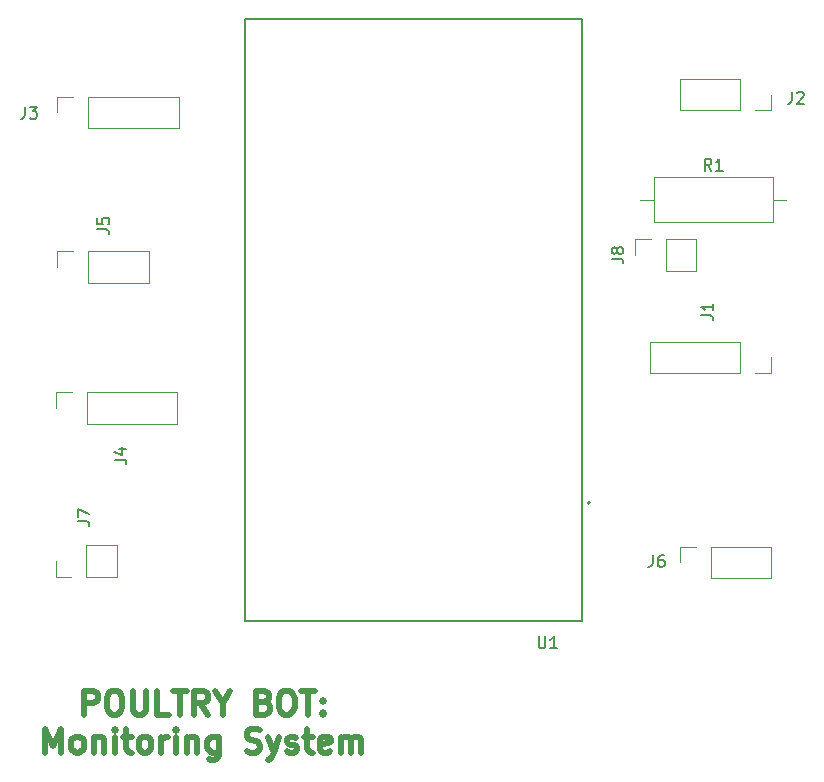
<source format=gbr>
%TF.GenerationSoftware,KiCad,Pcbnew,7.0.10*%
%TF.CreationDate,2024-02-21T12:35:33+05:00*%
%TF.ProjectId,Circuit for 2nd Milestone,43697263-7569-4742-9066-6f7220326e64,rev?*%
%TF.SameCoordinates,Original*%
%TF.FileFunction,Legend,Top*%
%TF.FilePolarity,Positive*%
%FSLAX46Y46*%
G04 Gerber Fmt 4.6, Leading zero omitted, Abs format (unit mm)*
G04 Created by KiCad (PCBNEW 7.0.10) date 2024-02-21 12:35:33*
%MOMM*%
%LPD*%
G01*
G04 APERTURE LIST*
%ADD10C,0.500000*%
%ADD11C,0.150000*%
%ADD12C,0.120000*%
%ADD13C,0.127000*%
%ADD14C,0.200000*%
G04 APERTURE END LIST*
D10*
X111824761Y-107086838D02*
X111824761Y-105086838D01*
X111824761Y-105086838D02*
X112586666Y-105086838D01*
X112586666Y-105086838D02*
X112777142Y-105182076D01*
X112777142Y-105182076D02*
X112872380Y-105277314D01*
X112872380Y-105277314D02*
X112967618Y-105467790D01*
X112967618Y-105467790D02*
X112967618Y-105753504D01*
X112967618Y-105753504D02*
X112872380Y-105943980D01*
X112872380Y-105943980D02*
X112777142Y-106039219D01*
X112777142Y-106039219D02*
X112586666Y-106134457D01*
X112586666Y-106134457D02*
X111824761Y-106134457D01*
X114205713Y-105086838D02*
X114586666Y-105086838D01*
X114586666Y-105086838D02*
X114777142Y-105182076D01*
X114777142Y-105182076D02*
X114967618Y-105372552D01*
X114967618Y-105372552D02*
X115062856Y-105753504D01*
X115062856Y-105753504D02*
X115062856Y-106420171D01*
X115062856Y-106420171D02*
X114967618Y-106801123D01*
X114967618Y-106801123D02*
X114777142Y-106991600D01*
X114777142Y-106991600D02*
X114586666Y-107086838D01*
X114586666Y-107086838D02*
X114205713Y-107086838D01*
X114205713Y-107086838D02*
X114015237Y-106991600D01*
X114015237Y-106991600D02*
X113824761Y-106801123D01*
X113824761Y-106801123D02*
X113729523Y-106420171D01*
X113729523Y-106420171D02*
X113729523Y-105753504D01*
X113729523Y-105753504D02*
X113824761Y-105372552D01*
X113824761Y-105372552D02*
X114015237Y-105182076D01*
X114015237Y-105182076D02*
X114205713Y-105086838D01*
X115919999Y-105086838D02*
X115919999Y-106705885D01*
X115919999Y-106705885D02*
X116015237Y-106896361D01*
X116015237Y-106896361D02*
X116110475Y-106991600D01*
X116110475Y-106991600D02*
X116300951Y-107086838D01*
X116300951Y-107086838D02*
X116681904Y-107086838D01*
X116681904Y-107086838D02*
X116872380Y-106991600D01*
X116872380Y-106991600D02*
X116967618Y-106896361D01*
X116967618Y-106896361D02*
X117062856Y-106705885D01*
X117062856Y-106705885D02*
X117062856Y-105086838D01*
X118967618Y-107086838D02*
X118015237Y-107086838D01*
X118015237Y-107086838D02*
X118015237Y-105086838D01*
X119348571Y-105086838D02*
X120491428Y-105086838D01*
X119919999Y-107086838D02*
X119919999Y-105086838D01*
X122300952Y-107086838D02*
X121634285Y-106134457D01*
X121158095Y-107086838D02*
X121158095Y-105086838D01*
X121158095Y-105086838D02*
X121920000Y-105086838D01*
X121920000Y-105086838D02*
X122110476Y-105182076D01*
X122110476Y-105182076D02*
X122205714Y-105277314D01*
X122205714Y-105277314D02*
X122300952Y-105467790D01*
X122300952Y-105467790D02*
X122300952Y-105753504D01*
X122300952Y-105753504D02*
X122205714Y-105943980D01*
X122205714Y-105943980D02*
X122110476Y-106039219D01*
X122110476Y-106039219D02*
X121920000Y-106134457D01*
X121920000Y-106134457D02*
X121158095Y-106134457D01*
X123539047Y-106134457D02*
X123539047Y-107086838D01*
X122872381Y-105086838D02*
X123539047Y-106134457D01*
X123539047Y-106134457D02*
X124205714Y-105086838D01*
X127062858Y-106039219D02*
X127348572Y-106134457D01*
X127348572Y-106134457D02*
X127443810Y-106229695D01*
X127443810Y-106229695D02*
X127539048Y-106420171D01*
X127539048Y-106420171D02*
X127539048Y-106705885D01*
X127539048Y-106705885D02*
X127443810Y-106896361D01*
X127443810Y-106896361D02*
X127348572Y-106991600D01*
X127348572Y-106991600D02*
X127158096Y-107086838D01*
X127158096Y-107086838D02*
X126396191Y-107086838D01*
X126396191Y-107086838D02*
X126396191Y-105086838D01*
X126396191Y-105086838D02*
X127062858Y-105086838D01*
X127062858Y-105086838D02*
X127253334Y-105182076D01*
X127253334Y-105182076D02*
X127348572Y-105277314D01*
X127348572Y-105277314D02*
X127443810Y-105467790D01*
X127443810Y-105467790D02*
X127443810Y-105658266D01*
X127443810Y-105658266D02*
X127348572Y-105848742D01*
X127348572Y-105848742D02*
X127253334Y-105943980D01*
X127253334Y-105943980D02*
X127062858Y-106039219D01*
X127062858Y-106039219D02*
X126396191Y-106039219D01*
X128777143Y-105086838D02*
X129158096Y-105086838D01*
X129158096Y-105086838D02*
X129348572Y-105182076D01*
X129348572Y-105182076D02*
X129539048Y-105372552D01*
X129539048Y-105372552D02*
X129634286Y-105753504D01*
X129634286Y-105753504D02*
X129634286Y-106420171D01*
X129634286Y-106420171D02*
X129539048Y-106801123D01*
X129539048Y-106801123D02*
X129348572Y-106991600D01*
X129348572Y-106991600D02*
X129158096Y-107086838D01*
X129158096Y-107086838D02*
X128777143Y-107086838D01*
X128777143Y-107086838D02*
X128586667Y-106991600D01*
X128586667Y-106991600D02*
X128396191Y-106801123D01*
X128396191Y-106801123D02*
X128300953Y-106420171D01*
X128300953Y-106420171D02*
X128300953Y-105753504D01*
X128300953Y-105753504D02*
X128396191Y-105372552D01*
X128396191Y-105372552D02*
X128586667Y-105182076D01*
X128586667Y-105182076D02*
X128777143Y-105086838D01*
X130205715Y-105086838D02*
X131348572Y-105086838D01*
X130777143Y-107086838D02*
X130777143Y-105086838D01*
X132015239Y-106896361D02*
X132110477Y-106991600D01*
X132110477Y-106991600D02*
X132015239Y-107086838D01*
X132015239Y-107086838D02*
X131920001Y-106991600D01*
X131920001Y-106991600D02*
X132015239Y-106896361D01*
X132015239Y-106896361D02*
X132015239Y-107086838D01*
X132015239Y-105848742D02*
X132110477Y-105943980D01*
X132110477Y-105943980D02*
X132015239Y-106039219D01*
X132015239Y-106039219D02*
X131920001Y-105943980D01*
X131920001Y-105943980D02*
X132015239Y-105848742D01*
X132015239Y-105848742D02*
X132015239Y-106039219D01*
X108539046Y-110306838D02*
X108539046Y-108306838D01*
X108539046Y-108306838D02*
X109205713Y-109735409D01*
X109205713Y-109735409D02*
X109872379Y-108306838D01*
X109872379Y-108306838D02*
X109872379Y-110306838D01*
X111110474Y-110306838D02*
X110919998Y-110211600D01*
X110919998Y-110211600D02*
X110824760Y-110116361D01*
X110824760Y-110116361D02*
X110729522Y-109925885D01*
X110729522Y-109925885D02*
X110729522Y-109354457D01*
X110729522Y-109354457D02*
X110824760Y-109163980D01*
X110824760Y-109163980D02*
X110919998Y-109068742D01*
X110919998Y-109068742D02*
X111110474Y-108973504D01*
X111110474Y-108973504D02*
X111396189Y-108973504D01*
X111396189Y-108973504D02*
X111586665Y-109068742D01*
X111586665Y-109068742D02*
X111681903Y-109163980D01*
X111681903Y-109163980D02*
X111777141Y-109354457D01*
X111777141Y-109354457D02*
X111777141Y-109925885D01*
X111777141Y-109925885D02*
X111681903Y-110116361D01*
X111681903Y-110116361D02*
X111586665Y-110211600D01*
X111586665Y-110211600D02*
X111396189Y-110306838D01*
X111396189Y-110306838D02*
X111110474Y-110306838D01*
X112634284Y-108973504D02*
X112634284Y-110306838D01*
X112634284Y-109163980D02*
X112729522Y-109068742D01*
X112729522Y-109068742D02*
X112919998Y-108973504D01*
X112919998Y-108973504D02*
X113205713Y-108973504D01*
X113205713Y-108973504D02*
X113396189Y-109068742D01*
X113396189Y-109068742D02*
X113491427Y-109259219D01*
X113491427Y-109259219D02*
X113491427Y-110306838D01*
X114443808Y-110306838D02*
X114443808Y-108973504D01*
X114443808Y-108306838D02*
X114348570Y-108402076D01*
X114348570Y-108402076D02*
X114443808Y-108497314D01*
X114443808Y-108497314D02*
X114539046Y-108402076D01*
X114539046Y-108402076D02*
X114443808Y-108306838D01*
X114443808Y-108306838D02*
X114443808Y-108497314D01*
X115110475Y-108973504D02*
X115872379Y-108973504D01*
X115396189Y-108306838D02*
X115396189Y-110021123D01*
X115396189Y-110021123D02*
X115491427Y-110211600D01*
X115491427Y-110211600D02*
X115681903Y-110306838D01*
X115681903Y-110306838D02*
X115872379Y-110306838D01*
X116824760Y-110306838D02*
X116634284Y-110211600D01*
X116634284Y-110211600D02*
X116539046Y-110116361D01*
X116539046Y-110116361D02*
X116443808Y-109925885D01*
X116443808Y-109925885D02*
X116443808Y-109354457D01*
X116443808Y-109354457D02*
X116539046Y-109163980D01*
X116539046Y-109163980D02*
X116634284Y-109068742D01*
X116634284Y-109068742D02*
X116824760Y-108973504D01*
X116824760Y-108973504D02*
X117110475Y-108973504D01*
X117110475Y-108973504D02*
X117300951Y-109068742D01*
X117300951Y-109068742D02*
X117396189Y-109163980D01*
X117396189Y-109163980D02*
X117491427Y-109354457D01*
X117491427Y-109354457D02*
X117491427Y-109925885D01*
X117491427Y-109925885D02*
X117396189Y-110116361D01*
X117396189Y-110116361D02*
X117300951Y-110211600D01*
X117300951Y-110211600D02*
X117110475Y-110306838D01*
X117110475Y-110306838D02*
X116824760Y-110306838D01*
X118348570Y-110306838D02*
X118348570Y-108973504D01*
X118348570Y-109354457D02*
X118443808Y-109163980D01*
X118443808Y-109163980D02*
X118539046Y-109068742D01*
X118539046Y-109068742D02*
X118729522Y-108973504D01*
X118729522Y-108973504D02*
X118919999Y-108973504D01*
X119586665Y-110306838D02*
X119586665Y-108973504D01*
X119586665Y-108306838D02*
X119491427Y-108402076D01*
X119491427Y-108402076D02*
X119586665Y-108497314D01*
X119586665Y-108497314D02*
X119681903Y-108402076D01*
X119681903Y-108402076D02*
X119586665Y-108306838D01*
X119586665Y-108306838D02*
X119586665Y-108497314D01*
X120539046Y-108973504D02*
X120539046Y-110306838D01*
X120539046Y-109163980D02*
X120634284Y-109068742D01*
X120634284Y-109068742D02*
X120824760Y-108973504D01*
X120824760Y-108973504D02*
X121110475Y-108973504D01*
X121110475Y-108973504D02*
X121300951Y-109068742D01*
X121300951Y-109068742D02*
X121396189Y-109259219D01*
X121396189Y-109259219D02*
X121396189Y-110306838D01*
X123205713Y-108973504D02*
X123205713Y-110592552D01*
X123205713Y-110592552D02*
X123110475Y-110783028D01*
X123110475Y-110783028D02*
X123015237Y-110878266D01*
X123015237Y-110878266D02*
X122824760Y-110973504D01*
X122824760Y-110973504D02*
X122539046Y-110973504D01*
X122539046Y-110973504D02*
X122348570Y-110878266D01*
X123205713Y-110211600D02*
X123015237Y-110306838D01*
X123015237Y-110306838D02*
X122634284Y-110306838D01*
X122634284Y-110306838D02*
X122443808Y-110211600D01*
X122443808Y-110211600D02*
X122348570Y-110116361D01*
X122348570Y-110116361D02*
X122253332Y-109925885D01*
X122253332Y-109925885D02*
X122253332Y-109354457D01*
X122253332Y-109354457D02*
X122348570Y-109163980D01*
X122348570Y-109163980D02*
X122443808Y-109068742D01*
X122443808Y-109068742D02*
X122634284Y-108973504D01*
X122634284Y-108973504D02*
X123015237Y-108973504D01*
X123015237Y-108973504D02*
X123205713Y-109068742D01*
X125586666Y-110211600D02*
X125872380Y-110306838D01*
X125872380Y-110306838D02*
X126348571Y-110306838D01*
X126348571Y-110306838D02*
X126539047Y-110211600D01*
X126539047Y-110211600D02*
X126634285Y-110116361D01*
X126634285Y-110116361D02*
X126729523Y-109925885D01*
X126729523Y-109925885D02*
X126729523Y-109735409D01*
X126729523Y-109735409D02*
X126634285Y-109544933D01*
X126634285Y-109544933D02*
X126539047Y-109449695D01*
X126539047Y-109449695D02*
X126348571Y-109354457D01*
X126348571Y-109354457D02*
X125967618Y-109259219D01*
X125967618Y-109259219D02*
X125777142Y-109163980D01*
X125777142Y-109163980D02*
X125681904Y-109068742D01*
X125681904Y-109068742D02*
X125586666Y-108878266D01*
X125586666Y-108878266D02*
X125586666Y-108687790D01*
X125586666Y-108687790D02*
X125681904Y-108497314D01*
X125681904Y-108497314D02*
X125777142Y-108402076D01*
X125777142Y-108402076D02*
X125967618Y-108306838D01*
X125967618Y-108306838D02*
X126443809Y-108306838D01*
X126443809Y-108306838D02*
X126729523Y-108402076D01*
X127396190Y-108973504D02*
X127872380Y-110306838D01*
X128348571Y-108973504D02*
X127872380Y-110306838D01*
X127872380Y-110306838D02*
X127681904Y-110783028D01*
X127681904Y-110783028D02*
X127586666Y-110878266D01*
X127586666Y-110878266D02*
X127396190Y-110973504D01*
X129015238Y-110211600D02*
X129205714Y-110306838D01*
X129205714Y-110306838D02*
X129586666Y-110306838D01*
X129586666Y-110306838D02*
X129777143Y-110211600D01*
X129777143Y-110211600D02*
X129872381Y-110021123D01*
X129872381Y-110021123D02*
X129872381Y-109925885D01*
X129872381Y-109925885D02*
X129777143Y-109735409D01*
X129777143Y-109735409D02*
X129586666Y-109640171D01*
X129586666Y-109640171D02*
X129300952Y-109640171D01*
X129300952Y-109640171D02*
X129110476Y-109544933D01*
X129110476Y-109544933D02*
X129015238Y-109354457D01*
X129015238Y-109354457D02*
X129015238Y-109259219D01*
X129015238Y-109259219D02*
X129110476Y-109068742D01*
X129110476Y-109068742D02*
X129300952Y-108973504D01*
X129300952Y-108973504D02*
X129586666Y-108973504D01*
X129586666Y-108973504D02*
X129777143Y-109068742D01*
X130443810Y-108973504D02*
X131205714Y-108973504D01*
X130729524Y-108306838D02*
X130729524Y-110021123D01*
X130729524Y-110021123D02*
X130824762Y-110211600D01*
X130824762Y-110211600D02*
X131015238Y-110306838D01*
X131015238Y-110306838D02*
X131205714Y-110306838D01*
X132634286Y-110211600D02*
X132443810Y-110306838D01*
X132443810Y-110306838D02*
X132062857Y-110306838D01*
X132062857Y-110306838D02*
X131872381Y-110211600D01*
X131872381Y-110211600D02*
X131777143Y-110021123D01*
X131777143Y-110021123D02*
X131777143Y-109259219D01*
X131777143Y-109259219D02*
X131872381Y-109068742D01*
X131872381Y-109068742D02*
X132062857Y-108973504D01*
X132062857Y-108973504D02*
X132443810Y-108973504D01*
X132443810Y-108973504D02*
X132634286Y-109068742D01*
X132634286Y-109068742D02*
X132729524Y-109259219D01*
X132729524Y-109259219D02*
X132729524Y-109449695D01*
X132729524Y-109449695D02*
X131777143Y-109640171D01*
X133586667Y-110306838D02*
X133586667Y-108973504D01*
X133586667Y-109163980D02*
X133681905Y-109068742D01*
X133681905Y-109068742D02*
X133872381Y-108973504D01*
X133872381Y-108973504D02*
X134158096Y-108973504D01*
X134158096Y-108973504D02*
X134348572Y-109068742D01*
X134348572Y-109068742D02*
X134443810Y-109259219D01*
X134443810Y-109259219D02*
X134443810Y-110306838D01*
X134443810Y-109259219D02*
X134539048Y-109068742D01*
X134539048Y-109068742D02*
X134729524Y-108973504D01*
X134729524Y-108973504D02*
X135015238Y-108973504D01*
X135015238Y-108973504D02*
X135205715Y-109068742D01*
X135205715Y-109068742D02*
X135300953Y-109259219D01*
X135300953Y-109259219D02*
X135300953Y-110306838D01*
D11*
X114399819Y-85512633D02*
X115114104Y-85512633D01*
X115114104Y-85512633D02*
X115256961Y-85560252D01*
X115256961Y-85560252D02*
X115352200Y-85655490D01*
X115352200Y-85655490D02*
X115399819Y-85798347D01*
X115399819Y-85798347D02*
X115399819Y-85893585D01*
X114733152Y-84607871D02*
X115399819Y-84607871D01*
X114352200Y-84845966D02*
X115066485Y-85084061D01*
X115066485Y-85084061D02*
X115066485Y-84465014D01*
X112931619Y-66018133D02*
X113645904Y-66018133D01*
X113645904Y-66018133D02*
X113788761Y-66065752D01*
X113788761Y-66065752D02*
X113884000Y-66160990D01*
X113884000Y-66160990D02*
X113931619Y-66303847D01*
X113931619Y-66303847D02*
X113931619Y-66399085D01*
X112931619Y-65065752D02*
X112931619Y-65541942D01*
X112931619Y-65541942D02*
X113407809Y-65589561D01*
X113407809Y-65589561D02*
X113360190Y-65541942D01*
X113360190Y-65541942D02*
X113312571Y-65446704D01*
X113312571Y-65446704D02*
X113312571Y-65208609D01*
X113312571Y-65208609D02*
X113360190Y-65113371D01*
X113360190Y-65113371D02*
X113407809Y-65065752D01*
X113407809Y-65065752D02*
X113503047Y-65018133D01*
X113503047Y-65018133D02*
X113741142Y-65018133D01*
X113741142Y-65018133D02*
X113836380Y-65065752D01*
X113836380Y-65065752D02*
X113884000Y-65113371D01*
X113884000Y-65113371D02*
X113931619Y-65208609D01*
X113931619Y-65208609D02*
X113931619Y-65446704D01*
X113931619Y-65446704D02*
X113884000Y-65541942D01*
X113884000Y-65541942D02*
X113836380Y-65589561D01*
X159968366Y-93587619D02*
X159968366Y-94301904D01*
X159968366Y-94301904D02*
X159920747Y-94444761D01*
X159920747Y-94444761D02*
X159825509Y-94540000D01*
X159825509Y-94540000D02*
X159682652Y-94587619D01*
X159682652Y-94587619D02*
X159587414Y-94587619D01*
X160873128Y-93587619D02*
X160682652Y-93587619D01*
X160682652Y-93587619D02*
X160587414Y-93635238D01*
X160587414Y-93635238D02*
X160539795Y-93682857D01*
X160539795Y-93682857D02*
X160444557Y-93825714D01*
X160444557Y-93825714D02*
X160396938Y-94016190D01*
X160396938Y-94016190D02*
X160396938Y-94397142D01*
X160396938Y-94397142D02*
X160444557Y-94492380D01*
X160444557Y-94492380D02*
X160492176Y-94540000D01*
X160492176Y-94540000D02*
X160587414Y-94587619D01*
X160587414Y-94587619D02*
X160777890Y-94587619D01*
X160777890Y-94587619D02*
X160873128Y-94540000D01*
X160873128Y-94540000D02*
X160920747Y-94492380D01*
X160920747Y-94492380D02*
X160968366Y-94397142D01*
X160968366Y-94397142D02*
X160968366Y-94159047D01*
X160968366Y-94159047D02*
X160920747Y-94063809D01*
X160920747Y-94063809D02*
X160873128Y-94016190D01*
X160873128Y-94016190D02*
X160777890Y-93968571D01*
X160777890Y-93968571D02*
X160587414Y-93968571D01*
X160587414Y-93968571D02*
X160492176Y-94016190D01*
X160492176Y-94016190D02*
X160444557Y-94063809D01*
X160444557Y-94063809D02*
X160396938Y-94159047D01*
X111260619Y-90706533D02*
X111974904Y-90706533D01*
X111974904Y-90706533D02*
X112117761Y-90754152D01*
X112117761Y-90754152D02*
X112213000Y-90849390D01*
X112213000Y-90849390D02*
X112260619Y-90992247D01*
X112260619Y-90992247D02*
X112260619Y-91087485D01*
X111260619Y-90325580D02*
X111260619Y-89658914D01*
X111260619Y-89658914D02*
X112260619Y-90087485D01*
X150293095Y-100474819D02*
X150293095Y-101284342D01*
X150293095Y-101284342D02*
X150340714Y-101379580D01*
X150340714Y-101379580D02*
X150388333Y-101427200D01*
X150388333Y-101427200D02*
X150483571Y-101474819D01*
X150483571Y-101474819D02*
X150674047Y-101474819D01*
X150674047Y-101474819D02*
X150769285Y-101427200D01*
X150769285Y-101427200D02*
X150816904Y-101379580D01*
X150816904Y-101379580D02*
X150864523Y-101284342D01*
X150864523Y-101284342D02*
X150864523Y-100474819D01*
X151864523Y-101474819D02*
X151293095Y-101474819D01*
X151578809Y-101474819D02*
X151578809Y-100474819D01*
X151578809Y-100474819D02*
X151483571Y-100617676D01*
X151483571Y-100617676D02*
X151388333Y-100712914D01*
X151388333Y-100712914D02*
X151293095Y-100760533D01*
X106813866Y-55640019D02*
X106813866Y-56354304D01*
X106813866Y-56354304D02*
X106766247Y-56497161D01*
X106766247Y-56497161D02*
X106671009Y-56592400D01*
X106671009Y-56592400D02*
X106528152Y-56640019D01*
X106528152Y-56640019D02*
X106432914Y-56640019D01*
X107194819Y-55640019D02*
X107813866Y-55640019D01*
X107813866Y-55640019D02*
X107480533Y-56020971D01*
X107480533Y-56020971D02*
X107623390Y-56020971D01*
X107623390Y-56020971D02*
X107718628Y-56068590D01*
X107718628Y-56068590D02*
X107766247Y-56116209D01*
X107766247Y-56116209D02*
X107813866Y-56211447D01*
X107813866Y-56211447D02*
X107813866Y-56449542D01*
X107813866Y-56449542D02*
X107766247Y-56544780D01*
X107766247Y-56544780D02*
X107718628Y-56592400D01*
X107718628Y-56592400D02*
X107623390Y-56640019D01*
X107623390Y-56640019D02*
X107337676Y-56640019D01*
X107337676Y-56640019D02*
X107242438Y-56592400D01*
X107242438Y-56592400D02*
X107194819Y-56544780D01*
X164072219Y-73294433D02*
X164786504Y-73294433D01*
X164786504Y-73294433D02*
X164929361Y-73342052D01*
X164929361Y-73342052D02*
X165024600Y-73437290D01*
X165024600Y-73437290D02*
X165072219Y-73580147D01*
X165072219Y-73580147D02*
X165072219Y-73675385D01*
X165072219Y-72294433D02*
X165072219Y-72865861D01*
X165072219Y-72580147D02*
X164072219Y-72580147D01*
X164072219Y-72580147D02*
X164215076Y-72675385D01*
X164215076Y-72675385D02*
X164310314Y-72770623D01*
X164310314Y-72770623D02*
X164357933Y-72865861D01*
X171751666Y-54369619D02*
X171751666Y-55083904D01*
X171751666Y-55083904D02*
X171704047Y-55226761D01*
X171704047Y-55226761D02*
X171608809Y-55322000D01*
X171608809Y-55322000D02*
X171465952Y-55369619D01*
X171465952Y-55369619D02*
X171370714Y-55369619D01*
X172180238Y-54464857D02*
X172227857Y-54417238D01*
X172227857Y-54417238D02*
X172323095Y-54369619D01*
X172323095Y-54369619D02*
X172561190Y-54369619D01*
X172561190Y-54369619D02*
X172656428Y-54417238D01*
X172656428Y-54417238D02*
X172704047Y-54464857D01*
X172704047Y-54464857D02*
X172751666Y-54560095D01*
X172751666Y-54560095D02*
X172751666Y-54655333D01*
X172751666Y-54655333D02*
X172704047Y-54798190D01*
X172704047Y-54798190D02*
X172132619Y-55369619D01*
X172132619Y-55369619D02*
X172751666Y-55369619D01*
X164933333Y-61034819D02*
X164600000Y-60558628D01*
X164361905Y-61034819D02*
X164361905Y-60034819D01*
X164361905Y-60034819D02*
X164742857Y-60034819D01*
X164742857Y-60034819D02*
X164838095Y-60082438D01*
X164838095Y-60082438D02*
X164885714Y-60130057D01*
X164885714Y-60130057D02*
X164933333Y-60225295D01*
X164933333Y-60225295D02*
X164933333Y-60368152D01*
X164933333Y-60368152D02*
X164885714Y-60463390D01*
X164885714Y-60463390D02*
X164838095Y-60511009D01*
X164838095Y-60511009D02*
X164742857Y-60558628D01*
X164742857Y-60558628D02*
X164361905Y-60558628D01*
X165885714Y-61034819D02*
X165314286Y-61034819D01*
X165600000Y-61034819D02*
X165600000Y-60034819D01*
X165600000Y-60034819D02*
X165504762Y-60177676D01*
X165504762Y-60177676D02*
X165409524Y-60272914D01*
X165409524Y-60272914D02*
X165314286Y-60320533D01*
X156470819Y-68507333D02*
X157185104Y-68507333D01*
X157185104Y-68507333D02*
X157327961Y-68554952D01*
X157327961Y-68554952D02*
X157423200Y-68650190D01*
X157423200Y-68650190D02*
X157470819Y-68793047D01*
X157470819Y-68793047D02*
X157470819Y-68888285D01*
X156899390Y-67888285D02*
X156851771Y-67983523D01*
X156851771Y-67983523D02*
X156804152Y-68031142D01*
X156804152Y-68031142D02*
X156708914Y-68078761D01*
X156708914Y-68078761D02*
X156661295Y-68078761D01*
X156661295Y-68078761D02*
X156566057Y-68031142D01*
X156566057Y-68031142D02*
X156518438Y-67983523D01*
X156518438Y-67983523D02*
X156470819Y-67888285D01*
X156470819Y-67888285D02*
X156470819Y-67697809D01*
X156470819Y-67697809D02*
X156518438Y-67602571D01*
X156518438Y-67602571D02*
X156566057Y-67554952D01*
X156566057Y-67554952D02*
X156661295Y-67507333D01*
X156661295Y-67507333D02*
X156708914Y-67507333D01*
X156708914Y-67507333D02*
X156804152Y-67554952D01*
X156804152Y-67554952D02*
X156851771Y-67602571D01*
X156851771Y-67602571D02*
X156899390Y-67697809D01*
X156899390Y-67697809D02*
X156899390Y-67888285D01*
X156899390Y-67888285D02*
X156947009Y-67983523D01*
X156947009Y-67983523D02*
X156994628Y-68031142D01*
X156994628Y-68031142D02*
X157089866Y-68078761D01*
X157089866Y-68078761D02*
X157280342Y-68078761D01*
X157280342Y-68078761D02*
X157375580Y-68031142D01*
X157375580Y-68031142D02*
X157423200Y-67983523D01*
X157423200Y-67983523D02*
X157470819Y-67888285D01*
X157470819Y-67888285D02*
X157470819Y-67697809D01*
X157470819Y-67697809D02*
X157423200Y-67602571D01*
X157423200Y-67602571D02*
X157375580Y-67554952D01*
X157375580Y-67554952D02*
X157280342Y-67507333D01*
X157280342Y-67507333D02*
X157089866Y-67507333D01*
X157089866Y-67507333D02*
X156994628Y-67554952D01*
X156994628Y-67554952D02*
X156947009Y-67602571D01*
X156947009Y-67602571D02*
X156899390Y-67697809D01*
D12*
%TO.C,J4*%
X109424000Y-81128000D02*
X109424000Y-79798000D01*
X119704000Y-82458000D02*
X119704000Y-79798000D01*
X112024000Y-82458000D02*
X119704000Y-82458000D01*
X112024000Y-82458000D02*
X112024000Y-79798000D01*
X109424000Y-79798000D02*
X110754000Y-79798000D01*
X112024000Y-79798000D02*
X119704000Y-79798000D01*
%TO.C,J5*%
X112156000Y-70520000D02*
X117296000Y-70520000D01*
X117296000Y-70520000D02*
X117296000Y-67860000D01*
X112156000Y-70520000D02*
X112156000Y-67860000D01*
X109556000Y-67860000D02*
X110886000Y-67860000D01*
X109556000Y-69190000D02*
X109556000Y-67860000D01*
X112156000Y-67860000D02*
X117296000Y-67860000D01*
%TO.C,J6*%
X162261000Y-94209000D02*
X162261000Y-92879000D01*
X164861000Y-95539000D02*
X164861000Y-92879000D01*
X170001000Y-95539000D02*
X170001000Y-92879000D01*
X162261000Y-92879000D02*
X163591000Y-92879000D01*
X164861000Y-95539000D02*
X170001000Y-95539000D01*
X164861000Y-92879000D02*
X170001000Y-92879000D01*
%TO.C,J7*%
X112009000Y-95437000D02*
X112009000Y-92777000D01*
X109409000Y-95437000D02*
X109409000Y-94107000D01*
X114609000Y-95437000D02*
X114609000Y-92777000D01*
X110739000Y-95437000D02*
X109409000Y-95437000D01*
X112009000Y-95437000D02*
X114609000Y-95437000D01*
X112009000Y-92777000D02*
X114609000Y-92777000D01*
D13*
%TO.C,U1*%
X130920000Y-48185000D02*
X125470000Y-48185000D01*
X142911000Y-99135000D02*
X136200000Y-99135000D01*
X148610000Y-48185000D02*
X130920000Y-48185000D01*
X153980000Y-48185000D02*
X153980000Y-99135000D01*
X153980000Y-48185000D02*
X148610000Y-48185000D01*
X125470000Y-99135000D02*
X125470000Y-48185000D01*
X125470000Y-48185000D02*
X153980000Y-48185000D01*
X153980000Y-99135000D02*
X125470000Y-99135000D01*
X153980000Y-99135000D02*
X142911000Y-99135000D01*
X153980000Y-48185000D02*
X153980000Y-99135000D01*
X136200000Y-99135000D02*
X125470000Y-99135000D01*
X125470000Y-99135000D02*
X125470000Y-48185000D01*
D14*
X154650000Y-89175000D02*
G75*
G03*
X154450000Y-89175000I-100000J0D01*
G01*
X154450000Y-89175000D02*
G75*
G03*
X154650000Y-89175000I100000J0D01*
G01*
D12*
%TO.C,J3*%
X119831000Y-57439000D02*
X119831000Y-54779000D01*
X109551000Y-54779000D02*
X110881000Y-54779000D01*
X112151000Y-54779000D02*
X119831000Y-54779000D01*
X109551000Y-56109000D02*
X109551000Y-54779000D01*
X112151000Y-57439000D02*
X119831000Y-57439000D01*
X112151000Y-57439000D02*
X112151000Y-54779000D01*
%TO.C,J1*%
X169986000Y-76860000D02*
X169986000Y-78190000D01*
X169986000Y-78190000D02*
X168656000Y-78190000D01*
X159706000Y-75530000D02*
X159706000Y-78190000D01*
X167386000Y-78190000D02*
X159706000Y-78190000D01*
X167386000Y-75530000D02*
X159706000Y-75530000D01*
X167386000Y-75530000D02*
X167386000Y-78190000D01*
%TO.C,J2*%
X162246000Y-53280000D02*
X162246000Y-55940000D01*
X169986000Y-55940000D02*
X168656000Y-55940000D01*
X167386000Y-53280000D02*
X162246000Y-53280000D01*
X167386000Y-55940000D02*
X162246000Y-55940000D01*
X167386000Y-53280000D02*
X167386000Y-55940000D01*
X169986000Y-54610000D02*
X169986000Y-55940000D01*
%TO.C,R1*%
X171280000Y-63500000D02*
X170170000Y-63500000D01*
X158920000Y-63500000D02*
X160030000Y-63500000D01*
X170170000Y-65420000D02*
X170170000Y-61580000D01*
X160030000Y-65420000D02*
X170170000Y-65420000D01*
X160030000Y-61580000D02*
X160030000Y-65420000D01*
X170170000Y-61580000D02*
X160030000Y-61580000D01*
%TO.C,J8*%
X158456000Y-66844000D02*
X159786000Y-66844000D01*
X161056000Y-69504000D02*
X163656000Y-69504000D01*
X163656000Y-69504000D02*
X163656000Y-66844000D01*
X158456000Y-68174000D02*
X158456000Y-66844000D01*
X161056000Y-66844000D02*
X163656000Y-66844000D01*
X161056000Y-69504000D02*
X161056000Y-66844000D01*
%TD*%
M02*

</source>
